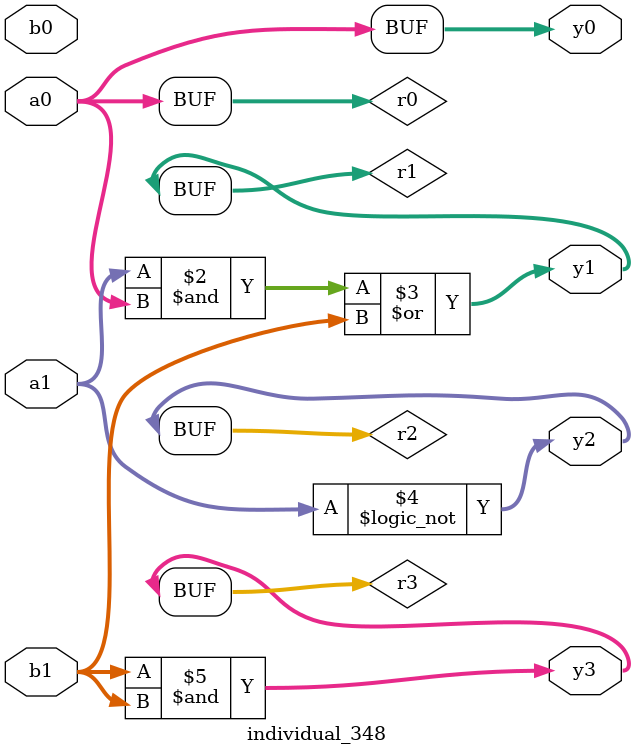
<source format=sv>
module individual_348(input logic [15:0] a1, input logic [15:0] a0, input logic [15:0] b1, input logic [15:0] b0, output logic [15:0] y3, output logic [15:0] y2, output logic [15:0] y1, output logic [15:0] y0);
logic [15:0] r0, r1, r2, r3; 
 always@(*) begin 
	 r0 = a0; r1 = a1; r2 = b0; r3 = b1; 
 	 r1  &=  a0 ;
 	 r1  |=  b1 ;
 	 r2 = ! a1 ;
 	 r3  &=  b1 ;
 	 y3 = r3; y2 = r2; y1 = r1; y0 = r0; 
end
endmodule
</source>
